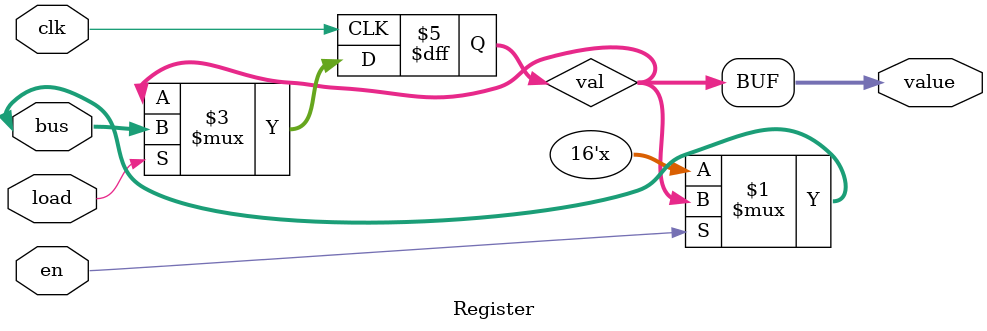
<source format=v>
/* General-purpose register for TTL CPU

   When "en" is 1, gives current value to the bus
   When "load" is 1 and clock edge rises, takes in new value from the bus
   Always gives current value to 'value'
*/
module Register(clk, bus, load, en, value);
    input clk;
    inout [15:0] bus;
    input load;
    input en;
    output [15:0] value;

    reg [15:0] val;

    assign bus = en ? val : 16'hZZZZ;
    assign value = val;

    always @ (posedge clk) begin
        if (load) val <= bus;
    end
endmodule

</source>
